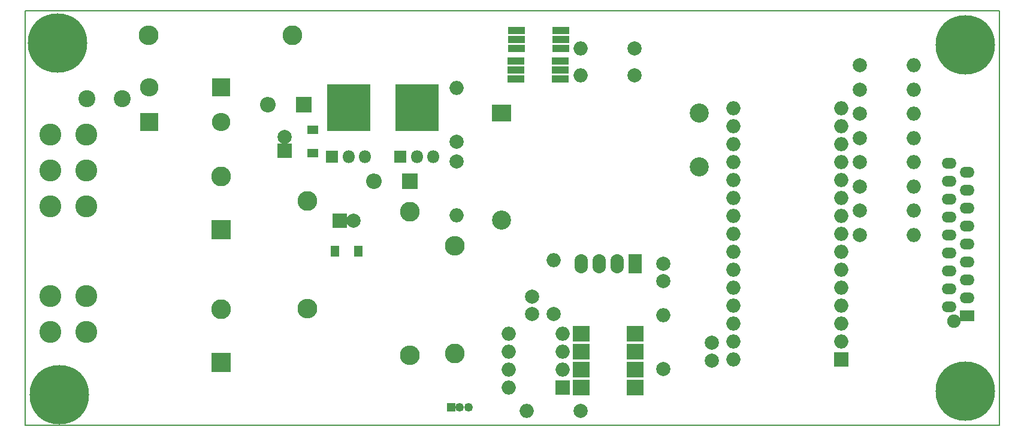
<source format=gbr>
G04 #@! TF.GenerationSoftware,KiCad,Pcbnew,5.1.5-52549c5~84~ubuntu18.04.1*
G04 #@! TF.CreationDate,2020-01-17T22:37:04+01:00*
G04 #@! TF.ProjectId,VFD,5646442e-6b69-4636-9164-5f7063625858,rev?*
G04 #@! TF.SameCoordinates,Original*
G04 #@! TF.FileFunction,Soldermask,Top*
G04 #@! TF.FilePolarity,Negative*
%FSLAX46Y46*%
G04 Gerber Fmt 4.6, Leading zero omitted, Abs format (unit mm)*
G04 Created by KiCad (PCBNEW 5.1.5-52549c5~84~ubuntu18.04.1) date 2020-01-17 22:37:04*
%MOMM*%
%LPD*%
G04 APERTURE LIST*
%ADD10C,0.150000*%
%ADD11O,2.200000X2.200000*%
%ADD12R,2.200000X2.200000*%
%ADD13C,2.700000*%
%ADD14R,2.700000X2.400000*%
%ADD15C,1.300000*%
%ADD16C,8.400000*%
%ADD17O,2.000000X2.000000*%
%ADD18C,2.000000*%
%ADD19R,1.600000X1.300000*%
%ADD20R,2.400000X1.040000*%
%ADD21C,3.100000*%
%ADD22C,1.250000*%
%ADD23R,1.250000X1.250000*%
%ADD24R,2.000000X2.000000*%
%ADD25O,1.900000X2.700000*%
%ADD26R,1.900000X2.700000*%
%ADD27R,2.100000X1.520000*%
%ADD28O,2.100000X1.520000*%
%ADD29C,1.900000*%
%ADD30O,1.800000X1.800000*%
%ADD31R,1.800000X1.800000*%
%ADD32R,6.100000X6.600000*%
%ADD33O,2.800000X2.800000*%
%ADD34C,2.800000*%
%ADD35C,2.400000*%
%ADD36R,2.800000X2.800000*%
%ADD37R,2.600000X2.600000*%
%ADD38O,2.600000X2.600000*%
%ADD39R,1.300000X1.600000*%
%ADD40R,2.400000X2.180000*%
G04 APERTURE END LIST*
D10*
X173990000Y-93472000D02*
X36322000Y-93472000D01*
X173990000Y-34798000D02*
X173990000Y-93472000D01*
X36322000Y-93472000D02*
X36322000Y-34798000D01*
X36322000Y-34798000D02*
X173990000Y-34798000D01*
D11*
X70612000Y-48133000D03*
D12*
X75692000Y-48133000D03*
D13*
X131632000Y-49276000D03*
D14*
X103632000Y-49276000D03*
D13*
X103632000Y-64476000D03*
X131632000Y-56876000D03*
D15*
X171285320Y-37502680D03*
X169164000Y-36624000D03*
X167042680Y-37502680D03*
X166164000Y-39624000D03*
X167042680Y-41745320D03*
X169164000Y-42624000D03*
X171285320Y-41745320D03*
X172164000Y-39624000D03*
D16*
X169164000Y-39624000D03*
D17*
X107188000Y-91440000D03*
D18*
X114808000Y-91440000D03*
D19*
X76962000Y-51690000D03*
X76962000Y-54990000D03*
D17*
X161925000Y-49403000D03*
D18*
X154305000Y-49403000D03*
D17*
X161925000Y-52832000D03*
D18*
X154305000Y-52832000D03*
D17*
X161925000Y-45974000D03*
D18*
X154305000Y-45974000D03*
D17*
X161925000Y-42545000D03*
D18*
X154305000Y-42545000D03*
D20*
X112052500Y-40132000D03*
X112052500Y-38862000D03*
X112052500Y-37592000D03*
X105752500Y-37592000D03*
X105752500Y-38862000D03*
X105752500Y-40132000D03*
D21*
X44958000Y-75184000D03*
X39878000Y-75184000D03*
X44958000Y-57404000D03*
X39878000Y-57404000D03*
D20*
X111989000Y-44450000D03*
X111989000Y-43180000D03*
X111989000Y-41910000D03*
X105689000Y-41910000D03*
X105689000Y-43180000D03*
X105689000Y-44450000D03*
D22*
X99020000Y-90932000D03*
X97770000Y-90932000D03*
D23*
X96520000Y-90932000D03*
D17*
X161925000Y-56261000D03*
D18*
X154305000Y-56261000D03*
D17*
X136398000Y-48641000D03*
X151638000Y-48641000D03*
X136398000Y-84201000D03*
X151638000Y-51181000D03*
X136398000Y-81661000D03*
X151638000Y-53721000D03*
X136398000Y-79121000D03*
X151638000Y-56261000D03*
X136398000Y-76581000D03*
X151638000Y-58801000D03*
X136398000Y-74041000D03*
X151638000Y-61341000D03*
X136398000Y-71501000D03*
X151638000Y-63881000D03*
X136398000Y-68961000D03*
X151638000Y-66421000D03*
X136398000Y-66421000D03*
X151638000Y-68961000D03*
X136398000Y-63881000D03*
X151638000Y-71501000D03*
X136398000Y-61341000D03*
X151638000Y-74041000D03*
X136398000Y-58801000D03*
X151638000Y-76581000D03*
X136398000Y-56261000D03*
X151638000Y-79121000D03*
X136398000Y-53721000D03*
X151638000Y-81661000D03*
X136398000Y-51181000D03*
D24*
X151638000Y-84201000D03*
D17*
X161925000Y-59690000D03*
D18*
X154305000Y-59690000D03*
D25*
X114935000Y-70675500D03*
X117475000Y-70675500D03*
X120015000Y-70675500D03*
D26*
X122555000Y-70675500D03*
D27*
X169418000Y-77978000D03*
D28*
X166878000Y-76708000D03*
X169418000Y-75438000D03*
X166878000Y-74168000D03*
X169418000Y-72898000D03*
X166878000Y-71628000D03*
X169418000Y-70358000D03*
X166878000Y-69088000D03*
X169418000Y-67818000D03*
X166878000Y-66548000D03*
X169418000Y-65278000D03*
X166878000Y-64008000D03*
X169418000Y-62738000D03*
X166878000Y-61468000D03*
X169418000Y-60198000D03*
X166878000Y-58928000D03*
X169418000Y-57658000D03*
X166878000Y-56388000D03*
D29*
X167618000Y-78743000D03*
D11*
X85598000Y-58928000D03*
D12*
X90678000Y-58928000D03*
D30*
X93994000Y-55447333D03*
X91694000Y-55447333D03*
D31*
X89394000Y-55447333D03*
D32*
X91694000Y-48514000D03*
D17*
X110998000Y-70167500D03*
D18*
X110998000Y-77787500D03*
D17*
X97282000Y-45720000D03*
D18*
X97282000Y-53340000D03*
D17*
X126492000Y-77914500D03*
D18*
X126492000Y-85534500D03*
D17*
X97282000Y-63754000D03*
D18*
X97282000Y-56134000D03*
D17*
X114808000Y-43942000D03*
D18*
X122428000Y-43942000D03*
D17*
X114808000Y-40132000D03*
D18*
X122428000Y-40132000D03*
D33*
X97028000Y-68072000D03*
D34*
X97028000Y-83312000D03*
D33*
X76200000Y-76962000D03*
D34*
X76200000Y-61722000D03*
D33*
X90678000Y-83566000D03*
D34*
X90678000Y-63246000D03*
D33*
X53784500Y-38290500D03*
D34*
X74104500Y-38290500D03*
D15*
X171285320Y-86524680D03*
X169164000Y-85646000D03*
X167042680Y-86524680D03*
X166164000Y-88646000D03*
X167042680Y-90767320D03*
X169164000Y-91646000D03*
X171285320Y-90767320D03*
X172164000Y-88646000D03*
D16*
X169164000Y-88646000D03*
D15*
X43015320Y-37248680D03*
X40894000Y-36370000D03*
X38772680Y-37248680D03*
X37894000Y-39370000D03*
X38772680Y-41491320D03*
X40894000Y-42370000D03*
X43015320Y-41491320D03*
X43894000Y-39370000D03*
D16*
X40894000Y-39370000D03*
D15*
X43269320Y-87032680D03*
X41148000Y-86154000D03*
X39026680Y-87032680D03*
X38148000Y-89154000D03*
X39026680Y-91275320D03*
X41148000Y-92154000D03*
X43269320Y-91275320D03*
X44148000Y-89154000D03*
D16*
X41148000Y-89154000D03*
D35*
X45038000Y-47244000D03*
X50038000Y-47244000D03*
D36*
X64008000Y-84582000D03*
D34*
X64008000Y-77082000D03*
D36*
X64008000Y-65786000D03*
D34*
X64008000Y-58286000D03*
D18*
X108013500Y-77787500D03*
X108013500Y-75287500D03*
X126492000Y-70612000D03*
X126492000Y-73112000D03*
X133350000Y-84328000D03*
X133350000Y-81828000D03*
D24*
X80772000Y-64516000D03*
D18*
X82772000Y-64516000D03*
D24*
X73025000Y-54673500D03*
D18*
X73025000Y-52673500D03*
D37*
X64008000Y-45656500D03*
D38*
X53848000Y-45656500D03*
D37*
X53848000Y-50546000D03*
D38*
X64008000Y-50546000D03*
D39*
X83438000Y-68834000D03*
X80138000Y-68834000D03*
D21*
X44958000Y-62484000D03*
X39878000Y-62484000D03*
X44958000Y-80264000D03*
X39878000Y-80264000D03*
D17*
X104648000Y-88138000D03*
X112268000Y-80518000D03*
X104648000Y-85598000D03*
X112268000Y-83058000D03*
X104648000Y-83058000D03*
X112268000Y-85598000D03*
X104648000Y-80518000D03*
D24*
X112268000Y-88138000D03*
D21*
X44958000Y-52324000D03*
X39878000Y-52324000D03*
D17*
X161925000Y-63119000D03*
D18*
X154305000Y-63119000D03*
D17*
X161925000Y-66548000D03*
D18*
X154305000Y-66548000D03*
D30*
X84342000Y-55447333D03*
X82042000Y-55447333D03*
D31*
X79742000Y-55447333D03*
D32*
X82042000Y-48514000D03*
D40*
X122555000Y-80518000D03*
X114935000Y-88138000D03*
X122555000Y-83058000D03*
X114935000Y-85598000D03*
X122555000Y-85598000D03*
X114935000Y-83058000D03*
X122555000Y-88138000D03*
X114935000Y-80518000D03*
M02*

</source>
